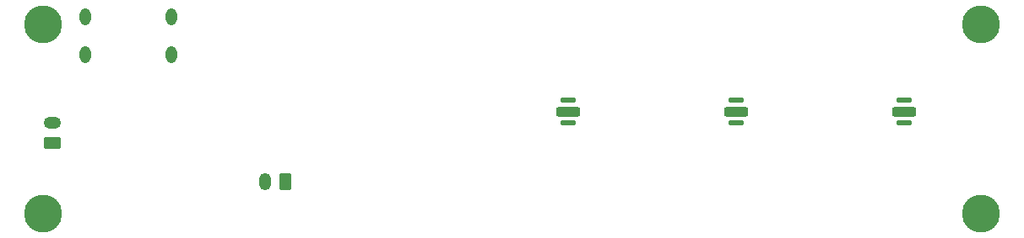
<source format=gbr>
%TF.GenerationSoftware,KiCad,Pcbnew,7.0.10-1.fc38*%
%TF.CreationDate,2024-02-26T14:13:32+00:00*%
%TF.ProjectId,desk-light,6465736b-2d6c-4696-9768-742e6b696361,rev?*%
%TF.SameCoordinates,Original*%
%TF.FileFunction,Soldermask,Bot*%
%TF.FilePolarity,Negative*%
%FSLAX46Y46*%
G04 Gerber Fmt 4.6, Leading zero omitted, Abs format (unit mm)*
G04 Created by KiCad (PCBNEW 7.0.10-1.fc38) date 2024-02-26 14:13:32*
%MOMM*%
%LPD*%
G01*
G04 APERTURE LIST*
G04 Aperture macros list*
%AMRoundRect*
0 Rectangle with rounded corners*
0 $1 Rounding radius*
0 $2 $3 $4 $5 $6 $7 $8 $9 X,Y pos of 4 corners*
0 Add a 4 corners polygon primitive as box body*
4,1,4,$2,$3,$4,$5,$6,$7,$8,$9,$2,$3,0*
0 Add four circle primitives for the rounded corners*
1,1,$1+$1,$2,$3*
1,1,$1+$1,$4,$5*
1,1,$1+$1,$6,$7*
1,1,$1+$1,$8,$9*
0 Add four rect primitives between the rounded corners*
20,1,$1+$1,$2,$3,$4,$5,0*
20,1,$1+$1,$4,$5,$6,$7,0*
20,1,$1+$1,$6,$7,$8,$9,0*
20,1,$1+$1,$8,$9,$2,$3,0*%
G04 Aperture macros list end*
%ADD10RoundRect,0.120000X0.630000X-0.120000X0.630000X0.120000X-0.630000X0.120000X-0.630000X-0.120000X0*%
%ADD11RoundRect,0.250000X0.950000X-0.250000X0.950000X0.250000X-0.950000X0.250000X-0.950000X-0.250000X0*%
%ADD12RoundRect,0.250000X0.625000X-0.350000X0.625000X0.350000X-0.625000X0.350000X-0.625000X-0.350000X0*%
%ADD13O,1.750000X1.200000*%
%ADD14RoundRect,0.250000X0.350000X0.625000X-0.350000X0.625000X-0.350000X-0.625000X0.350000X-0.625000X0*%
%ADD15O,1.200000X1.750000*%
%ADD16C,0.762000*%
%ADD17O,1.117600X1.701800*%
%ADD18C,3.800000*%
G04 APERTURE END LIST*
D10*
%TO.C,D4*%
X155640000Y-112890403D03*
X155640000Y-110570403D03*
D11*
X155640000Y-111730403D03*
%TD*%
D12*
%TO.C,J2*%
X103900000Y-114880000D03*
D13*
X103900000Y-112880000D03*
%TD*%
D14*
%TO.C,J3*%
X127230000Y-118810000D03*
D15*
X125230000Y-118810000D03*
%TD*%
D10*
%TO.C,D3*%
X172505000Y-112890403D03*
X172505000Y-110570403D03*
D11*
X172505000Y-111730403D03*
%TD*%
D10*
%TO.C,D2*%
X189370000Y-112890403D03*
X189370000Y-110570403D03*
D11*
X189370000Y-111730403D03*
%TD*%
D16*
%TO.C,J1*%
X115840000Y-102210000D03*
D17*
X115840000Y-102210000D03*
X115840000Y-106010000D03*
X107199996Y-106010000D03*
X107199996Y-102210000D03*
%TD*%
D18*
%TO.C,H4*%
X197000000Y-122000000D03*
%TD*%
%TO.C,H3*%
X197000000Y-103000000D03*
%TD*%
%TO.C,H2*%
X103000000Y-122000000D03*
%TD*%
%TO.C,H1*%
X103000000Y-103000000D03*
%TD*%
M02*

</source>
